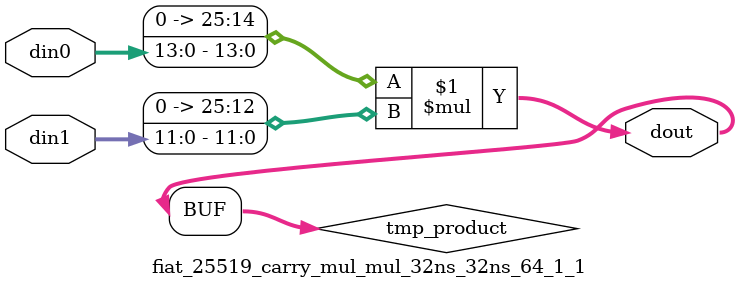
<source format=v>

`timescale 1 ns / 1 ps

  module fiat_25519_carry_mul_mul_32ns_32ns_64_1_1(din0, din1, dout);
parameter ID = 1;
parameter NUM_STAGE = 0;
parameter din0_WIDTH = 14;
parameter din1_WIDTH = 12;
parameter dout_WIDTH = 26;

input [din0_WIDTH - 1 : 0] din0; 
input [din1_WIDTH - 1 : 0] din1; 
output [dout_WIDTH - 1 : 0] dout;

wire signed [dout_WIDTH - 1 : 0] tmp_product;










assign tmp_product = $signed({1'b0, din0}) * $signed({1'b0, din1});











assign dout = tmp_product;







endmodule

</source>
